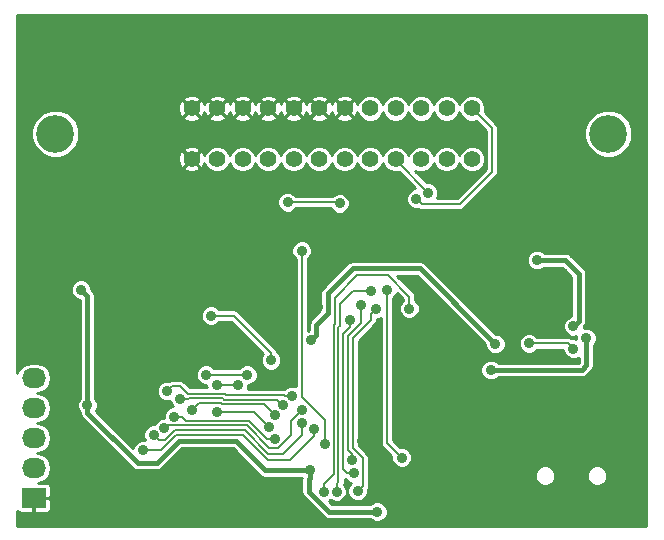
<source format=gbl>
G04 #@! TF.FileFunction,Copper,L2,Bot,Signal*
%FSLAX46Y46*%
G04 Gerber Fmt 4.6, Leading zero omitted, Abs format (unit mm)*
G04 Created by KiCad (PCBNEW 4.1.0-alpha+201605091531+6781~44~ubuntu15.10.1-product) date Mon 19 Sep 2016 03:19:41 PM CEST*
%MOMM*%
%LPD*%
G01*
G04 APERTURE LIST*
%ADD10C,0.150000*%
%ADD11C,1.397000*%
%ADD12C,3.200400*%
%ADD13R,2.032000X1.727200*%
%ADD14O,2.032000X1.727200*%
%ADD15C,0.889000*%
%ADD16C,0.400000*%
%ADD17C,0.200000*%
%ADD18C,0.254000*%
G04 APERTURE END LIST*
D10*
D11*
X151828500Y-86347300D03*
X153987500Y-86347300D03*
X147510500Y-86347300D03*
X149669500Y-86347300D03*
X151828500Y-82054700D03*
X149669500Y-82054700D03*
X147510500Y-82054700D03*
X153987500Y-82054700D03*
X145351500Y-86347300D03*
X143192500Y-86347300D03*
X141033500Y-86347300D03*
X138874500Y-86347300D03*
X145351500Y-82054700D03*
X143192500Y-82054700D03*
X141033500Y-82054700D03*
X138874500Y-82054700D03*
X156146500Y-86347300D03*
X158305500Y-86347300D03*
X160464500Y-86347300D03*
X162623500Y-86347300D03*
X156146500Y-82054700D03*
X158305500Y-82054700D03*
X160464500Y-82054700D03*
X162623500Y-82054700D03*
D12*
X174155100Y-84201000D03*
X127342900Y-84201000D03*
D13*
X125500000Y-115040000D03*
D14*
X125500000Y-112500000D03*
X125500000Y-109960000D03*
X125500000Y-107420000D03*
X125500000Y-104880000D03*
D15*
X168100000Y-94900000D03*
X171200000Y-100500000D03*
X137911849Y-106683225D03*
X146602163Y-107199094D03*
X140500000Y-99600000D03*
X145600000Y-103378498D03*
X141026237Y-107755446D03*
X145466643Y-109046478D03*
X138171203Y-111358545D03*
X149555490Y-98853959D03*
X153298266Y-110241698D03*
X169300000Y-98500000D03*
X165800000Y-106000000D03*
X168400000Y-105500000D03*
X166500000Y-112500000D03*
X164800000Y-116100000D03*
X147400000Y-114700000D03*
X146600000Y-114000000D03*
X145800000Y-114700000D03*
X145200000Y-113700000D03*
X170300000Y-96000000D03*
X168100000Y-93200000D03*
X166700000Y-99000000D03*
X166500000Y-100800000D03*
X158393127Y-110751679D03*
X136100000Y-115500000D03*
X136100000Y-113600000D03*
X134000000Y-90400000D03*
X152700000Y-90200000D03*
X126700000Y-99300000D03*
X126700000Y-91300000D03*
X163500000Y-111900000D03*
X160900000Y-113800000D03*
X173700000Y-110600000D03*
X177100000Y-110700000D03*
X173900000Y-116200000D03*
X174600000Y-102300000D03*
X134775706Y-111011776D03*
X149200000Y-109200000D03*
X135652975Y-109676974D03*
X148200000Y-108700000D03*
X138900918Y-107599082D03*
X145919634Y-108056152D03*
X137397312Y-108155457D03*
X145902747Y-110044355D03*
X157300000Y-99000000D03*
X150066491Y-114501055D03*
X154100000Y-97500000D03*
X151155490Y-114495692D03*
X154500000Y-99000000D03*
X152926126Y-114435568D03*
X155400000Y-97400000D03*
X156664041Y-111614202D03*
X158900000Y-89200000D03*
X157900000Y-89700000D03*
X143600000Y-104600000D03*
X140100000Y-104600000D03*
X141000000Y-105466413D03*
X142800000Y-105500000D03*
X152626115Y-112913686D03*
X152243076Y-99953810D03*
X150155446Y-110466287D03*
X148200000Y-94100000D03*
X136800000Y-106000000D03*
X147400000Y-106400000D03*
X152444521Y-111839923D03*
X153178849Y-98734824D03*
X151400000Y-90100000D03*
X147000000Y-90000000D03*
X167444499Y-101955501D03*
X171200000Y-102400000D03*
X129500000Y-97400000D03*
X130050000Y-107200000D03*
X164600000Y-102000000D03*
X149000000Y-101700000D03*
X164200000Y-104200000D03*
X172300000Y-101500000D03*
X154600000Y-116200000D03*
X148900000Y-112700000D03*
X136575696Y-109098585D03*
X148200000Y-107600000D03*
D16*
X170500000Y-94900000D02*
X168100000Y-94900000D01*
X171644499Y-96044499D02*
X170500000Y-94900000D01*
X171200000Y-100500000D02*
X171644499Y-100055501D01*
X171644499Y-100055501D02*
X171644499Y-96044499D01*
D17*
X141549287Y-106610934D02*
X138612757Y-106610934D01*
X138612757Y-106610934D02*
X138540466Y-106683225D01*
X146114002Y-106710933D02*
X141649286Y-106710933D01*
X146602163Y-107199094D02*
X146114002Y-106710933D01*
X138540466Y-106683225D02*
X137911849Y-106683225D01*
X141649286Y-106710933D02*
X141549287Y-106610934D01*
X142450119Y-99600000D02*
X140500000Y-99600000D01*
X145600000Y-103378498D02*
X145600000Y-102749881D01*
X145600000Y-102749881D02*
X142450119Y-99600000D01*
X145466643Y-109046478D02*
X144175611Y-107755446D01*
X141654854Y-107755446D02*
X141026237Y-107755446D01*
X144175611Y-107755446D02*
X141654854Y-107755446D01*
X143199989Y-109699989D02*
X145300000Y-111800000D01*
X137592889Y-109699989D02*
X143199989Y-109699989D01*
X147228617Y-111800000D02*
X149200000Y-109828617D01*
X134775706Y-111011776D02*
X136281102Y-111011776D01*
X145300000Y-111800000D02*
X147228617Y-111800000D01*
X149200000Y-109828617D02*
X149200000Y-109200000D01*
X136281102Y-111011776D02*
X137592889Y-109699989D01*
X137427200Y-109299978D02*
X136605705Y-110121473D01*
X143365678Y-109299978D02*
X137427200Y-109299978D01*
X146600000Y-111300000D02*
X145365700Y-111300000D01*
X145365700Y-111300000D02*
X143365678Y-109299978D01*
X136097474Y-110121473D02*
X135652975Y-109676974D01*
X148200000Y-109700000D02*
X146600000Y-111300000D01*
X136605705Y-110121473D02*
X136097474Y-110121473D01*
X148200000Y-108700000D02*
X148200000Y-109700000D01*
X141483597Y-107110944D02*
X141383598Y-107010945D01*
X139489055Y-107010945D02*
X139345417Y-107154583D01*
X141383598Y-107010945D02*
X139489055Y-107010945D01*
X139345417Y-107154583D02*
X138900918Y-107599082D01*
X144974426Y-107110944D02*
X141483597Y-107110944D01*
X145919634Y-108056152D02*
X144974426Y-107110944D01*
X138370428Y-108499956D02*
X138025929Y-108155457D01*
X145241455Y-110044355D02*
X143697056Y-108499956D01*
X138025929Y-108155457D02*
X137397312Y-108155457D01*
X145902747Y-110044355D02*
X145241455Y-110044355D01*
X143697056Y-108499956D02*
X138370428Y-108499956D01*
X152900000Y-96200000D02*
X151000010Y-98099990D01*
X150899956Y-100407166D02*
X150899956Y-113038973D01*
X150066491Y-113872438D02*
X150066491Y-114501055D01*
X151000010Y-100307112D02*
X150899956Y-100407166D01*
X157300000Y-98000000D02*
X155500000Y-96200000D01*
X150899956Y-113038973D02*
X150066491Y-113872438D01*
X155500000Y-96200000D02*
X152900000Y-96200000D01*
X157300000Y-99000000D02*
X157300000Y-98000000D01*
X151000010Y-98099990D02*
X151000010Y-100307112D01*
X151300000Y-111297100D02*
X151300000Y-113722565D01*
X151155490Y-113867075D02*
X151155490Y-114495692D01*
X151299967Y-100572855D02*
X151299967Y-111297067D01*
X151400021Y-100472801D02*
X151299967Y-100572855D01*
X154100000Y-97500000D02*
X152500000Y-97500000D01*
X151400021Y-98599979D02*
X151400021Y-100472801D01*
X152500000Y-97500000D02*
X151400021Y-98599979D01*
X151300000Y-113722565D02*
X151155490Y-113867075D01*
X151299967Y-111297067D02*
X151300000Y-111297100D01*
X152500000Y-101500000D02*
X154055501Y-99944499D01*
X154055501Y-99944499D02*
X154055501Y-99444499D01*
X154055501Y-99444499D02*
X154500000Y-99000000D01*
X152500000Y-110800000D02*
X152500000Y-101500000D01*
X153370625Y-111670625D02*
X152500000Y-110800000D01*
X153370625Y-113991069D02*
X153370625Y-111670625D01*
X153370625Y-113991069D02*
X152926126Y-114435568D01*
X155400000Y-97400000D02*
X155400000Y-110350161D01*
X155400000Y-110350161D02*
X156219542Y-111169703D01*
X156219542Y-111169703D02*
X156664041Y-111614202D01*
X158900000Y-89200000D02*
X156146500Y-86446500D01*
X156146500Y-86446500D02*
X156146500Y-86347300D01*
X157900000Y-89700000D02*
X158344499Y-90144499D01*
X158344499Y-90144499D02*
X161555501Y-90144499D01*
X161555501Y-90144499D02*
X164300000Y-87400000D01*
X164300000Y-87400000D02*
X164300000Y-83731200D01*
X164300000Y-83731200D02*
X162623500Y-82054700D01*
X140100000Y-104600000D02*
X143600000Y-104600000D01*
X141033587Y-105500000D02*
X141000000Y-105466413D01*
X142800000Y-105500000D02*
X141033587Y-105500000D01*
X152243076Y-100582427D02*
X151699978Y-101125525D01*
X152243076Y-99953810D02*
X152243076Y-100582427D01*
X151997498Y-112913686D02*
X152626115Y-112913686D01*
X151699978Y-111131378D02*
X151700011Y-111131411D01*
X151700011Y-111131411D02*
X151700011Y-112616199D01*
X151700011Y-112616199D02*
X151997498Y-112913686D01*
X151699978Y-101125525D02*
X151699978Y-111131378D01*
X150155446Y-109837670D02*
X150155446Y-110466287D01*
X148200000Y-94100000D02*
X148200000Y-106498136D01*
X148200000Y-106498136D02*
X150155446Y-108453582D01*
X150155446Y-108453582D02*
X150155446Y-109837670D01*
X146682305Y-106310922D02*
X141814975Y-106310922D01*
X137244499Y-105555501D02*
X136800000Y-106000000D01*
X137885989Y-105555501D02*
X137244499Y-105555501D01*
X138541411Y-106210923D02*
X137885989Y-105555501D01*
X146771383Y-106400000D02*
X146682305Y-106310922D01*
X141814975Y-106310922D02*
X141714976Y-106210923D01*
X147400000Y-106400000D02*
X146771383Y-106400000D01*
X141714976Y-106210923D02*
X138541411Y-106210923D01*
X152099989Y-101334311D02*
X152099989Y-110965689D01*
X153178849Y-100255451D02*
X152099989Y-101334311D01*
X152099989Y-110965689D02*
X152444521Y-111310221D01*
X153178849Y-98734824D02*
X153178849Y-100255451D01*
X152444521Y-111310221D02*
X152444521Y-111839923D01*
X151300000Y-90000000D02*
X151400000Y-90100000D01*
X147000000Y-90000000D02*
X151300000Y-90000000D01*
X171200000Y-102400000D02*
X170755501Y-101955501D01*
X170755501Y-101955501D02*
X167444499Y-101955501D01*
D16*
X135700000Y-112078617D02*
X134300000Y-112078617D01*
X148900000Y-112700000D02*
X145100000Y-112700000D01*
X145100000Y-112700000D02*
X142600000Y-110200000D01*
X142600000Y-110200000D02*
X137800000Y-110200000D01*
X137800000Y-110200000D02*
X135921383Y-112078617D01*
X135921383Y-112078617D02*
X135700000Y-112078617D01*
X130050000Y-107828617D02*
X134300000Y-112078617D01*
X152500000Y-95600000D02*
X158200000Y-95600000D01*
X150400000Y-99400000D02*
X150400000Y-97700000D01*
X150400000Y-97700000D02*
X152500000Y-95600000D01*
X164155501Y-101555501D02*
X164600000Y-102000000D01*
X158200000Y-95600000D02*
X164155501Y-101555501D01*
X149444499Y-100355501D02*
X150400000Y-99400000D01*
X149444499Y-101255501D02*
X149444499Y-100355501D01*
X149000000Y-101700000D02*
X149444499Y-101255501D01*
X129500000Y-97400000D02*
X130050000Y-97950000D01*
X130050000Y-97950000D02*
X130050000Y-107200000D01*
X130050000Y-107200000D02*
X130050000Y-107828617D01*
X171900000Y-104200000D02*
X164200000Y-104200000D01*
X172300000Y-103800000D02*
X171900000Y-104200000D01*
X172300000Y-101500000D02*
X172300000Y-103800000D01*
X150500000Y-116200000D02*
X154600000Y-116200000D01*
X148800000Y-114500000D02*
X150500000Y-116200000D01*
X148800000Y-113428617D02*
X148800000Y-114500000D01*
X148900000Y-112700000D02*
X148900000Y-113328617D01*
X148900000Y-113328617D02*
X148800000Y-113428617D01*
D17*
X136774314Y-108899967D02*
X136575696Y-109098585D01*
X143531367Y-108899967D02*
X136774314Y-108899967D01*
X145431400Y-110800000D02*
X143531367Y-108899967D01*
X146200000Y-110800000D02*
X145431400Y-110800000D01*
X147300000Y-109700000D02*
X146200000Y-110800000D01*
X147300000Y-108500000D02*
X147300000Y-109700000D01*
X148200000Y-107600000D02*
X147300000Y-108500000D01*
D18*
G36*
X177382500Y-117382500D02*
X124117500Y-117382500D01*
X124117500Y-116134595D01*
X124122007Y-116145476D01*
X124242124Y-116265593D01*
X124399065Y-116330600D01*
X125370250Y-116330600D01*
X125477000Y-116223850D01*
X125477000Y-115063000D01*
X125523000Y-115063000D01*
X125523000Y-116223850D01*
X125629750Y-116330600D01*
X126600935Y-116330600D01*
X126757876Y-116265593D01*
X126877993Y-116145476D01*
X126943000Y-115988536D01*
X126943000Y-115169750D01*
X126836250Y-115063000D01*
X125523000Y-115063000D01*
X125477000Y-115063000D01*
X125457000Y-115063000D01*
X125457000Y-115017000D01*
X125477000Y-115017000D01*
X125477000Y-114997000D01*
X125523000Y-114997000D01*
X125523000Y-115017000D01*
X126836250Y-115017000D01*
X126943000Y-114910250D01*
X126943000Y-114091464D01*
X126877993Y-113934524D01*
X126757876Y-113814407D01*
X126600935Y-113749400D01*
X125887796Y-113749400D01*
X126174561Y-113692359D01*
X126593262Y-113412592D01*
X126873029Y-112993891D01*
X126971270Y-112500000D01*
X126873029Y-112006109D01*
X126593262Y-111587408D01*
X126174561Y-111307641D01*
X125784233Y-111230000D01*
X126174561Y-111152359D01*
X126593262Y-110872592D01*
X126873029Y-110453891D01*
X126971270Y-109960000D01*
X126873029Y-109466109D01*
X126593262Y-109047408D01*
X126174561Y-108767641D01*
X125784233Y-108690000D01*
X126174561Y-108612359D01*
X126593262Y-108332592D01*
X126873029Y-107913891D01*
X126971270Y-107420000D01*
X126873029Y-106926109D01*
X126593262Y-106507408D01*
X126174561Y-106227641D01*
X125784233Y-106150000D01*
X126174561Y-106072359D01*
X126593262Y-105792592D01*
X126873029Y-105373891D01*
X126971270Y-104880000D01*
X126873029Y-104386109D01*
X126593262Y-103967408D01*
X126174561Y-103687641D01*
X125680670Y-103589400D01*
X125319330Y-103589400D01*
X124825439Y-103687641D01*
X124406738Y-103967408D01*
X124126971Y-104386109D01*
X124117500Y-104433723D01*
X124117500Y-97572592D01*
X128628349Y-97572592D01*
X128760747Y-97893020D01*
X129005690Y-98138391D01*
X129325887Y-98271349D01*
X129423000Y-98271434D01*
X129423000Y-106594493D01*
X129311609Y-106705690D01*
X129178651Y-107025887D01*
X129178349Y-107372592D01*
X129310747Y-107693020D01*
X129423000Y-107805469D01*
X129423000Y-107828617D01*
X129470728Y-108068560D01*
X129576550Y-108226934D01*
X129606644Y-108271973D01*
X133856644Y-112521973D01*
X134060058Y-112657890D01*
X134300000Y-112705617D01*
X135921383Y-112705617D01*
X136161326Y-112657889D01*
X136364739Y-112521973D01*
X138059712Y-110827000D01*
X142340288Y-110827000D01*
X144656644Y-113143356D01*
X144860058Y-113279273D01*
X145100000Y-113327000D01*
X148193213Y-113327000D01*
X148173000Y-113428617D01*
X148173000Y-114500000D01*
X148220728Y-114739943D01*
X148334523Y-114910250D01*
X148356644Y-114943356D01*
X150056644Y-116643356D01*
X150260057Y-116779272D01*
X150500000Y-116827000D01*
X153994493Y-116827000D01*
X154105690Y-116938391D01*
X154425887Y-117071349D01*
X154772592Y-117071651D01*
X155093020Y-116939253D01*
X155338391Y-116694310D01*
X155471349Y-116374113D01*
X155471651Y-116027408D01*
X155339253Y-115706980D01*
X155094310Y-115461609D01*
X154774113Y-115328651D01*
X154427408Y-115328349D01*
X154106980Y-115460747D01*
X153994531Y-115573000D01*
X150759712Y-115573000D01*
X150465758Y-115279046D01*
X150559511Y-115240308D01*
X150613547Y-115186367D01*
X150661180Y-115234083D01*
X150981377Y-115367041D01*
X151328082Y-115367343D01*
X151648510Y-115234945D01*
X151893881Y-114990002D01*
X152026839Y-114669805D01*
X152027141Y-114323100D01*
X151894743Y-114002672D01*
X151791797Y-113899546D01*
X151827000Y-113722565D01*
X151827000Y-113406772D01*
X151901776Y-113421646D01*
X152131805Y-113652077D01*
X152375891Y-113753431D01*
X152187735Y-113941258D01*
X152054777Y-114261455D01*
X152054475Y-114608160D01*
X152186873Y-114928588D01*
X152431816Y-115173959D01*
X152752013Y-115306917D01*
X153098718Y-115307219D01*
X153419146Y-115174821D01*
X153664517Y-114929878D01*
X153797475Y-114609681D01*
X153797760Y-114282165D01*
X153857510Y-114192743D01*
X153897625Y-113991069D01*
X153897625Y-113322698D01*
X167923628Y-113322698D01*
X168056799Y-113644994D01*
X168303169Y-113891795D01*
X168625233Y-114025527D01*
X168973958Y-114025832D01*
X169296254Y-113892661D01*
X169543055Y-113646291D01*
X169676787Y-113324227D01*
X169676788Y-113322698D01*
X172322908Y-113322698D01*
X172456079Y-113644994D01*
X172702449Y-113891795D01*
X173024513Y-114025527D01*
X173373238Y-114025832D01*
X173695534Y-113892661D01*
X173942335Y-113646291D01*
X174076067Y-113324227D01*
X174076372Y-112975502D01*
X173943201Y-112653206D01*
X173696831Y-112406405D01*
X173374767Y-112272673D01*
X173026042Y-112272368D01*
X172703746Y-112405539D01*
X172456945Y-112651909D01*
X172323213Y-112973973D01*
X172322908Y-113322698D01*
X169676788Y-113322698D01*
X169677092Y-112975502D01*
X169543921Y-112653206D01*
X169297551Y-112406405D01*
X168975487Y-112272673D01*
X168626762Y-112272368D01*
X168304466Y-112405539D01*
X168057665Y-112651909D01*
X167923933Y-112973973D01*
X167923628Y-113322698D01*
X153897625Y-113322698D01*
X153897625Y-111670625D01*
X153857510Y-111468951D01*
X153743270Y-111297980D01*
X153027000Y-110581710D01*
X153027000Y-101718290D01*
X154428147Y-100317144D01*
X154542386Y-100146173D01*
X154582501Y-99944499D01*
X154582501Y-99871573D01*
X154672592Y-99871651D01*
X154873000Y-99788844D01*
X154873000Y-110350161D01*
X154913115Y-110551836D01*
X155027355Y-110722806D01*
X155792650Y-111488102D01*
X155792390Y-111786794D01*
X155924788Y-112107222D01*
X156169731Y-112352593D01*
X156489928Y-112485551D01*
X156836633Y-112485853D01*
X157157061Y-112353455D01*
X157402432Y-112108512D01*
X157535390Y-111788315D01*
X157535692Y-111441610D01*
X157403294Y-111121182D01*
X157158351Y-110875811D01*
X156838154Y-110742853D01*
X156537721Y-110742591D01*
X155927000Y-110131871D01*
X155927000Y-104372592D01*
X163328349Y-104372592D01*
X163460747Y-104693020D01*
X163705690Y-104938391D01*
X164025887Y-105071349D01*
X164372592Y-105071651D01*
X164693020Y-104939253D01*
X164805469Y-104827000D01*
X171900000Y-104827000D01*
X172139943Y-104779272D01*
X172343356Y-104643356D01*
X172743356Y-104243356D01*
X172879272Y-104039943D01*
X172927000Y-103800000D01*
X172927000Y-102105507D01*
X173038391Y-101994310D01*
X173171349Y-101674113D01*
X173171651Y-101327408D01*
X173039253Y-101006980D01*
X172794310Y-100761609D01*
X172474113Y-100628651D01*
X172127408Y-100628349D01*
X172071369Y-100651504D01*
X172071487Y-100515225D01*
X172087855Y-100498857D01*
X172202413Y-100327408D01*
X172223771Y-100295444D01*
X172223771Y-100295443D01*
X172223772Y-100295442D01*
X172271499Y-100055501D01*
X172271499Y-96044499D01*
X172223771Y-95804556D01*
X172087855Y-95601143D01*
X170943356Y-94456644D01*
X170869028Y-94406980D01*
X170739943Y-94320728D01*
X170500000Y-94273000D01*
X168705507Y-94273000D01*
X168594310Y-94161609D01*
X168274113Y-94028651D01*
X167927408Y-94028349D01*
X167606980Y-94160747D01*
X167361609Y-94405690D01*
X167228651Y-94725887D01*
X167228349Y-95072592D01*
X167360747Y-95393020D01*
X167605690Y-95638391D01*
X167925887Y-95771349D01*
X168272592Y-95771651D01*
X168593020Y-95639253D01*
X168705469Y-95527000D01*
X170240288Y-95527000D01*
X171017499Y-96304211D01*
X171017499Y-99632443D01*
X170706980Y-99760747D01*
X170461609Y-100005690D01*
X170328651Y-100325887D01*
X170328349Y-100672592D01*
X170460747Y-100993020D01*
X170705690Y-101238391D01*
X171025887Y-101371349D01*
X171372592Y-101371651D01*
X171428631Y-101348496D01*
X171428455Y-101551216D01*
X171374113Y-101528651D01*
X171046597Y-101528366D01*
X170957176Y-101468616D01*
X170755501Y-101428501D01*
X168149831Y-101428501D01*
X167938809Y-101217110D01*
X167618612Y-101084152D01*
X167271907Y-101083850D01*
X166951479Y-101216248D01*
X166706108Y-101461191D01*
X166573150Y-101781388D01*
X166572848Y-102128093D01*
X166705246Y-102448521D01*
X166950189Y-102693892D01*
X167270386Y-102826850D01*
X167617091Y-102827152D01*
X167937519Y-102694754D01*
X168150143Y-102482501D01*
X170328427Y-102482501D01*
X170328349Y-102572592D01*
X170460747Y-102893020D01*
X170705690Y-103138391D01*
X171025887Y-103271349D01*
X171372592Y-103271651D01*
X171673000Y-103147525D01*
X171673000Y-103540288D01*
X171640288Y-103573000D01*
X164805507Y-103573000D01*
X164694310Y-103461609D01*
X164374113Y-103328651D01*
X164027408Y-103328349D01*
X163706980Y-103460747D01*
X163461609Y-103705690D01*
X163328651Y-104025887D01*
X163328349Y-104372592D01*
X155927000Y-104372592D01*
X155927000Y-98105332D01*
X156138391Y-97894310D01*
X156229531Y-97674822D01*
X156773000Y-98218291D01*
X156773000Y-98294668D01*
X156561609Y-98505690D01*
X156428651Y-98825887D01*
X156428349Y-99172592D01*
X156560747Y-99493020D01*
X156805690Y-99738391D01*
X157125887Y-99871349D01*
X157472592Y-99871651D01*
X157793020Y-99739253D01*
X158038391Y-99494310D01*
X158171349Y-99174113D01*
X158171651Y-98827408D01*
X158039253Y-98506980D01*
X157827000Y-98294356D01*
X157827000Y-98000000D01*
X157786885Y-97798326D01*
X157727905Y-97710057D01*
X157672645Y-97627354D01*
X156272290Y-96227000D01*
X157940288Y-96227000D01*
X163728486Y-102015198D01*
X163728349Y-102172592D01*
X163860747Y-102493020D01*
X164105690Y-102738391D01*
X164425887Y-102871349D01*
X164772592Y-102871651D01*
X165093020Y-102739253D01*
X165338391Y-102494310D01*
X165471349Y-102174113D01*
X165471651Y-101827408D01*
X165339253Y-101506980D01*
X165094310Y-101261609D01*
X164774113Y-101128651D01*
X164615225Y-101128513D01*
X158643356Y-95156644D01*
X158519839Y-95074113D01*
X158439943Y-95020728D01*
X158200000Y-94973000D01*
X152500000Y-94973000D01*
X152260057Y-95020728D01*
X152180161Y-95074113D01*
X152056644Y-95156644D01*
X149956644Y-97256644D01*
X149820728Y-97460057D01*
X149773000Y-97700000D01*
X149773000Y-99140288D01*
X149001143Y-99912145D01*
X148865227Y-100115558D01*
X148817499Y-100355501D01*
X148817499Y-100832443D01*
X148727000Y-100869837D01*
X148727000Y-94805332D01*
X148938391Y-94594310D01*
X149071349Y-94274113D01*
X149071651Y-93927408D01*
X148939253Y-93606980D01*
X148694310Y-93361609D01*
X148374113Y-93228651D01*
X148027408Y-93228349D01*
X147706980Y-93360747D01*
X147461609Y-93605690D01*
X147328651Y-93925887D01*
X147328349Y-94272592D01*
X147460747Y-94593020D01*
X147673000Y-94805644D01*
X147673000Y-105569713D01*
X147574113Y-105528651D01*
X147227408Y-105528349D01*
X146906980Y-105660747D01*
X146766761Y-105800721D01*
X146682305Y-105783922D01*
X143625752Y-105783922D01*
X143671349Y-105674113D01*
X143671525Y-105471563D01*
X143772592Y-105471651D01*
X144093020Y-105339253D01*
X144338391Y-105094310D01*
X144471349Y-104774113D01*
X144471651Y-104427408D01*
X144339253Y-104106980D01*
X144094310Y-103861609D01*
X143774113Y-103728651D01*
X143427408Y-103728349D01*
X143106980Y-103860747D01*
X142894356Y-104073000D01*
X140805332Y-104073000D01*
X140594310Y-103861609D01*
X140274113Y-103728651D01*
X139927408Y-103728349D01*
X139606980Y-103860747D01*
X139361609Y-104105690D01*
X139228651Y-104425887D01*
X139228349Y-104772592D01*
X139360747Y-105093020D01*
X139605690Y-105338391D01*
X139925887Y-105471349D01*
X140128495Y-105471525D01*
X140128349Y-105639005D01*
X140146909Y-105683923D01*
X138759701Y-105683923D01*
X138258634Y-105182856D01*
X138087664Y-105068616D01*
X137885989Y-105028501D01*
X137244499Y-105028501D01*
X137042825Y-105068616D01*
X136953004Y-105128633D01*
X136627408Y-105128349D01*
X136306980Y-105260747D01*
X136061609Y-105505690D01*
X135928651Y-105825887D01*
X135928349Y-106172592D01*
X136060747Y-106493020D01*
X136305690Y-106738391D01*
X136625887Y-106871349D01*
X136972592Y-106871651D01*
X137040209Y-106843712D01*
X137040198Y-106855817D01*
X137172596Y-107176245D01*
X137280017Y-107283854D01*
X137224720Y-107283806D01*
X136904292Y-107416204D01*
X136658921Y-107661147D01*
X136525963Y-107981344D01*
X136525749Y-108227041D01*
X136403104Y-108226934D01*
X136082676Y-108359332D01*
X135837305Y-108604275D01*
X135753723Y-108805561D01*
X135480383Y-108805323D01*
X135159955Y-108937721D01*
X134914584Y-109182664D01*
X134781626Y-109502861D01*
X134781324Y-109849566D01*
X134901488Y-110140385D01*
X134603114Y-110140125D01*
X134282686Y-110272523D01*
X134037315Y-110517466D01*
X133916504Y-110808409D01*
X130792503Y-107684408D01*
X130921349Y-107374113D01*
X130921651Y-107027408D01*
X130789253Y-106706980D01*
X130677000Y-106594531D01*
X130677000Y-99772592D01*
X139628349Y-99772592D01*
X139760747Y-100093020D01*
X140005690Y-100338391D01*
X140325887Y-100471349D01*
X140672592Y-100471651D01*
X140993020Y-100339253D01*
X141205644Y-100127000D01*
X142231829Y-100127000D01*
X144925368Y-102820540D01*
X144861609Y-102884188D01*
X144728651Y-103204385D01*
X144728349Y-103551090D01*
X144860747Y-103871518D01*
X145105690Y-104116889D01*
X145425887Y-104249847D01*
X145772592Y-104250149D01*
X146093020Y-104117751D01*
X146338391Y-103872808D01*
X146471349Y-103552611D01*
X146471651Y-103205906D01*
X146339253Y-102885478D01*
X146107866Y-102653687D01*
X146086885Y-102548207D01*
X146042981Y-102482501D01*
X145972645Y-102377235D01*
X142822764Y-99227355D01*
X142651794Y-99113115D01*
X142450119Y-99073000D01*
X141205332Y-99073000D01*
X140994310Y-98861609D01*
X140674113Y-98728651D01*
X140327408Y-98728349D01*
X140006980Y-98860747D01*
X139761609Y-99105690D01*
X139628651Y-99425887D01*
X139628349Y-99772592D01*
X130677000Y-99772592D01*
X130677000Y-97950000D01*
X130629272Y-97710057D01*
X130493356Y-97506644D01*
X130371514Y-97384802D01*
X130371651Y-97227408D01*
X130239253Y-96906980D01*
X129994310Y-96661609D01*
X129674113Y-96528651D01*
X129327408Y-96528349D01*
X129006980Y-96660747D01*
X128761609Y-96905690D01*
X128628651Y-97225887D01*
X128628349Y-97572592D01*
X124117500Y-97572592D01*
X124117500Y-90172592D01*
X146128349Y-90172592D01*
X146260747Y-90493020D01*
X146505690Y-90738391D01*
X146825887Y-90871349D01*
X147172592Y-90871651D01*
X147493020Y-90739253D01*
X147705644Y-90527000D01*
X150633468Y-90527000D01*
X150660747Y-90593020D01*
X150905690Y-90838391D01*
X151225887Y-90971349D01*
X151572592Y-90971651D01*
X151893020Y-90839253D01*
X152138391Y-90594310D01*
X152271349Y-90274113D01*
X152271651Y-89927408D01*
X152139253Y-89606980D01*
X151894310Y-89361609D01*
X151574113Y-89228651D01*
X151227408Y-89228349D01*
X150906980Y-89360747D01*
X150794531Y-89473000D01*
X147705332Y-89473000D01*
X147494310Y-89261609D01*
X147174113Y-89128651D01*
X146827408Y-89128349D01*
X146506980Y-89260747D01*
X146261609Y-89505690D01*
X146128651Y-89825887D01*
X146128349Y-90172592D01*
X124117500Y-90172592D01*
X124117500Y-87099341D01*
X138154986Y-87099341D01*
X138218730Y-87289020D01*
X138629028Y-87468288D01*
X139076696Y-87476895D01*
X139493583Y-87313532D01*
X139530270Y-87289020D01*
X139594014Y-87099341D01*
X138874500Y-86379827D01*
X138154986Y-87099341D01*
X124117500Y-87099341D01*
X124117500Y-86549496D01*
X137744905Y-86549496D01*
X137908268Y-86966383D01*
X137932780Y-87003070D01*
X138122459Y-87066814D01*
X138841973Y-86347300D01*
X138907027Y-86347300D01*
X139626541Y-87066814D01*
X139816220Y-87003070D01*
X139955217Y-86684941D01*
X140078791Y-86984012D01*
X140395123Y-87300896D01*
X140808642Y-87472604D01*
X141256394Y-87472995D01*
X141670212Y-87302009D01*
X141987096Y-86985677D01*
X142113098Y-86682231D01*
X142237791Y-86984012D01*
X142554123Y-87300896D01*
X142967642Y-87472604D01*
X143415394Y-87472995D01*
X143829212Y-87302009D01*
X144146096Y-86985677D01*
X144272098Y-86682231D01*
X144396791Y-86984012D01*
X144713123Y-87300896D01*
X145126642Y-87472604D01*
X145574394Y-87472995D01*
X145988212Y-87302009D01*
X146305096Y-86985677D01*
X146431098Y-86682231D01*
X146555791Y-86984012D01*
X146872123Y-87300896D01*
X147285642Y-87472604D01*
X147733394Y-87472995D01*
X148147212Y-87302009D01*
X148464096Y-86985677D01*
X148590098Y-86682231D01*
X148714791Y-86984012D01*
X149031123Y-87300896D01*
X149444642Y-87472604D01*
X149892394Y-87472995D01*
X150306212Y-87302009D01*
X150623096Y-86985677D01*
X150749098Y-86682231D01*
X150873791Y-86984012D01*
X151190123Y-87300896D01*
X151603642Y-87472604D01*
X152051394Y-87472995D01*
X152465212Y-87302009D01*
X152782096Y-86985677D01*
X152908098Y-86682231D01*
X153032791Y-86984012D01*
X153349123Y-87300896D01*
X153762642Y-87472604D01*
X154210394Y-87472995D01*
X154624212Y-87302009D01*
X154941096Y-86985677D01*
X155067098Y-86682231D01*
X155191791Y-86984012D01*
X155508123Y-87300896D01*
X155921642Y-87472604D01*
X156369394Y-87472995D01*
X156410656Y-87455946D01*
X157783108Y-88828398D01*
X157727408Y-88828349D01*
X157406980Y-88960747D01*
X157161609Y-89205690D01*
X157028651Y-89525887D01*
X157028349Y-89872592D01*
X157160747Y-90193020D01*
X157405690Y-90438391D01*
X157725887Y-90571349D01*
X158053403Y-90571634D01*
X158087340Y-90594310D01*
X158142825Y-90631384D01*
X158344499Y-90671499D01*
X161555501Y-90671499D01*
X161757176Y-90631384D01*
X161928146Y-90517144D01*
X164672645Y-87772645D01*
X164786885Y-87601674D01*
X164827000Y-87400000D01*
X164827000Y-84602466D01*
X172127549Y-84602466D01*
X172435522Y-85347816D01*
X173005284Y-85918574D01*
X173750096Y-86227847D01*
X174556566Y-86228551D01*
X175301916Y-85920578D01*
X175872674Y-85350816D01*
X176181947Y-84606004D01*
X176182651Y-83799534D01*
X175874678Y-83054184D01*
X175304916Y-82483426D01*
X174560104Y-82174153D01*
X173753634Y-82173449D01*
X173008284Y-82481422D01*
X172437526Y-83051184D01*
X172128253Y-83795996D01*
X172127549Y-84602466D01*
X164827000Y-84602466D01*
X164827000Y-83731200D01*
X164786885Y-83529526D01*
X164786885Y-83529525D01*
X164672645Y-83358555D01*
X163703281Y-82389191D01*
X163748804Y-82279558D01*
X163749195Y-81831806D01*
X163578209Y-81417988D01*
X163261877Y-81101104D01*
X162848358Y-80929396D01*
X162400606Y-80929005D01*
X161986788Y-81099991D01*
X161669904Y-81416323D01*
X161543902Y-81719769D01*
X161419209Y-81417988D01*
X161102877Y-81101104D01*
X160689358Y-80929396D01*
X160241606Y-80929005D01*
X159827788Y-81099991D01*
X159510904Y-81416323D01*
X159384902Y-81719769D01*
X159260209Y-81417988D01*
X158943877Y-81101104D01*
X158530358Y-80929396D01*
X158082606Y-80929005D01*
X157668788Y-81099991D01*
X157351904Y-81416323D01*
X157225902Y-81719769D01*
X157101209Y-81417988D01*
X156784877Y-81101104D01*
X156371358Y-80929396D01*
X155923606Y-80929005D01*
X155509788Y-81099991D01*
X155192904Y-81416323D01*
X155066902Y-81719769D01*
X154942209Y-81417988D01*
X154625877Y-81101104D01*
X154212358Y-80929396D01*
X153764606Y-80929005D01*
X153350788Y-81099991D01*
X153033904Y-81416323D01*
X152906965Y-81722026D01*
X152794732Y-81435617D01*
X152770220Y-81398930D01*
X152580541Y-81335186D01*
X151861027Y-82054700D01*
X152580541Y-82774214D01*
X152770220Y-82710470D01*
X152909217Y-82392341D01*
X153032791Y-82691412D01*
X153349123Y-83008296D01*
X153762642Y-83180004D01*
X154210394Y-83180395D01*
X154624212Y-83009409D01*
X154941096Y-82693077D01*
X155067098Y-82389631D01*
X155191791Y-82691412D01*
X155508123Y-83008296D01*
X155921642Y-83180004D01*
X156369394Y-83180395D01*
X156783212Y-83009409D01*
X157100096Y-82693077D01*
X157226098Y-82389631D01*
X157350791Y-82691412D01*
X157667123Y-83008296D01*
X158080642Y-83180004D01*
X158528394Y-83180395D01*
X158942212Y-83009409D01*
X159259096Y-82693077D01*
X159385098Y-82389631D01*
X159509791Y-82691412D01*
X159826123Y-83008296D01*
X160239642Y-83180004D01*
X160687394Y-83180395D01*
X161101212Y-83009409D01*
X161418096Y-82693077D01*
X161544098Y-82389631D01*
X161668791Y-82691412D01*
X161985123Y-83008296D01*
X162398642Y-83180004D01*
X162846394Y-83180395D01*
X162957852Y-83134342D01*
X163773000Y-83949490D01*
X163773000Y-87181710D01*
X161337211Y-89617499D01*
X159670286Y-89617499D01*
X159771349Y-89374113D01*
X159771651Y-89027408D01*
X159639253Y-88706980D01*
X159394310Y-88461609D01*
X159074113Y-88328651D01*
X158773679Y-88328389D01*
X157802328Y-87357038D01*
X158080642Y-87472604D01*
X158528394Y-87472995D01*
X158942212Y-87302009D01*
X159259096Y-86985677D01*
X159385098Y-86682231D01*
X159509791Y-86984012D01*
X159826123Y-87300896D01*
X160239642Y-87472604D01*
X160687394Y-87472995D01*
X161101212Y-87302009D01*
X161418096Y-86985677D01*
X161544098Y-86682231D01*
X161668791Y-86984012D01*
X161985123Y-87300896D01*
X162398642Y-87472604D01*
X162846394Y-87472995D01*
X163260212Y-87302009D01*
X163577096Y-86985677D01*
X163748804Y-86572158D01*
X163749195Y-86124406D01*
X163578209Y-85710588D01*
X163261877Y-85393704D01*
X162848358Y-85221996D01*
X162400606Y-85221605D01*
X161986788Y-85392591D01*
X161669904Y-85708923D01*
X161543902Y-86012369D01*
X161419209Y-85710588D01*
X161102877Y-85393704D01*
X160689358Y-85221996D01*
X160241606Y-85221605D01*
X159827788Y-85392591D01*
X159510904Y-85708923D01*
X159384902Y-86012369D01*
X159260209Y-85710588D01*
X158943877Y-85393704D01*
X158530358Y-85221996D01*
X158082606Y-85221605D01*
X157668788Y-85392591D01*
X157351904Y-85708923D01*
X157225902Y-86012369D01*
X157101209Y-85710588D01*
X156784877Y-85393704D01*
X156371358Y-85221996D01*
X155923606Y-85221605D01*
X155509788Y-85392591D01*
X155192904Y-85708923D01*
X155066902Y-86012369D01*
X154942209Y-85710588D01*
X154625877Y-85393704D01*
X154212358Y-85221996D01*
X153764606Y-85221605D01*
X153350788Y-85392591D01*
X153033904Y-85708923D01*
X152907902Y-86012369D01*
X152783209Y-85710588D01*
X152466877Y-85393704D01*
X152053358Y-85221996D01*
X151605606Y-85221605D01*
X151191788Y-85392591D01*
X150874904Y-85708923D01*
X150748902Y-86012369D01*
X150624209Y-85710588D01*
X150307877Y-85393704D01*
X149894358Y-85221996D01*
X149446606Y-85221605D01*
X149032788Y-85392591D01*
X148715904Y-85708923D01*
X148589902Y-86012369D01*
X148465209Y-85710588D01*
X148148877Y-85393704D01*
X147735358Y-85221996D01*
X147287606Y-85221605D01*
X146873788Y-85392591D01*
X146556904Y-85708923D01*
X146430902Y-86012369D01*
X146306209Y-85710588D01*
X145989877Y-85393704D01*
X145576358Y-85221996D01*
X145128606Y-85221605D01*
X144714788Y-85392591D01*
X144397904Y-85708923D01*
X144271902Y-86012369D01*
X144147209Y-85710588D01*
X143830877Y-85393704D01*
X143417358Y-85221996D01*
X142969606Y-85221605D01*
X142555788Y-85392591D01*
X142238904Y-85708923D01*
X142112902Y-86012369D01*
X141988209Y-85710588D01*
X141671877Y-85393704D01*
X141258358Y-85221996D01*
X140810606Y-85221605D01*
X140396788Y-85392591D01*
X140079904Y-85708923D01*
X139952965Y-86014626D01*
X139840732Y-85728217D01*
X139816220Y-85691530D01*
X139626541Y-85627786D01*
X138907027Y-86347300D01*
X138841973Y-86347300D01*
X138122459Y-85627786D01*
X137932780Y-85691530D01*
X137753512Y-86101828D01*
X137744905Y-86549496D01*
X124117500Y-86549496D01*
X124117500Y-84602466D01*
X125315349Y-84602466D01*
X125623322Y-85347816D01*
X126193084Y-85918574D01*
X126937896Y-86227847D01*
X127744366Y-86228551D01*
X128489716Y-85920578D01*
X128815603Y-85595259D01*
X138154986Y-85595259D01*
X138874500Y-86314773D01*
X139594014Y-85595259D01*
X139530270Y-85405580D01*
X139119972Y-85226312D01*
X138672304Y-85217705D01*
X138255417Y-85381068D01*
X138218730Y-85405580D01*
X138154986Y-85595259D01*
X128815603Y-85595259D01*
X129060474Y-85350816D01*
X129369747Y-84606004D01*
X129370451Y-83799534D01*
X129062478Y-83054184D01*
X128815467Y-82806741D01*
X138154986Y-82806741D01*
X138218730Y-82996420D01*
X138629028Y-83175688D01*
X139076696Y-83184295D01*
X139493583Y-83020932D01*
X139530270Y-82996420D01*
X139594014Y-82806741D01*
X140313986Y-82806741D01*
X140377730Y-82996420D01*
X140788028Y-83175688D01*
X141235696Y-83184295D01*
X141652583Y-83020932D01*
X141689270Y-82996420D01*
X141753014Y-82806741D01*
X142472986Y-82806741D01*
X142536730Y-82996420D01*
X142947028Y-83175688D01*
X143394696Y-83184295D01*
X143811583Y-83020932D01*
X143848270Y-82996420D01*
X143912014Y-82806741D01*
X144631986Y-82806741D01*
X144695730Y-82996420D01*
X145106028Y-83175688D01*
X145553696Y-83184295D01*
X145970583Y-83020932D01*
X146007270Y-82996420D01*
X146071014Y-82806741D01*
X146790986Y-82806741D01*
X146854730Y-82996420D01*
X147265028Y-83175688D01*
X147712696Y-83184295D01*
X148129583Y-83020932D01*
X148166270Y-82996420D01*
X148230014Y-82806741D01*
X148949986Y-82806741D01*
X149013730Y-82996420D01*
X149424028Y-83175688D01*
X149871696Y-83184295D01*
X150288583Y-83020932D01*
X150325270Y-82996420D01*
X150389014Y-82806741D01*
X151108986Y-82806741D01*
X151172730Y-82996420D01*
X151583028Y-83175688D01*
X152030696Y-83184295D01*
X152447583Y-83020932D01*
X152484270Y-82996420D01*
X152548014Y-82806741D01*
X151828500Y-82087227D01*
X151108986Y-82806741D01*
X150389014Y-82806741D01*
X149669500Y-82087227D01*
X148949986Y-82806741D01*
X148230014Y-82806741D01*
X147510500Y-82087227D01*
X146790986Y-82806741D01*
X146071014Y-82806741D01*
X145351500Y-82087227D01*
X144631986Y-82806741D01*
X143912014Y-82806741D01*
X143192500Y-82087227D01*
X142472986Y-82806741D01*
X141753014Y-82806741D01*
X141033500Y-82087227D01*
X140313986Y-82806741D01*
X139594014Y-82806741D01*
X138874500Y-82087227D01*
X138154986Y-82806741D01*
X128815467Y-82806741D01*
X128492716Y-82483426D01*
X127947172Y-82256896D01*
X137744905Y-82256896D01*
X137908268Y-82673783D01*
X137932780Y-82710470D01*
X138122459Y-82774214D01*
X138841973Y-82054700D01*
X138907027Y-82054700D01*
X139626541Y-82774214D01*
X139816220Y-82710470D01*
X139956147Y-82390213D01*
X140067268Y-82673783D01*
X140091780Y-82710470D01*
X140281459Y-82774214D01*
X141000973Y-82054700D01*
X141066027Y-82054700D01*
X141785541Y-82774214D01*
X141975220Y-82710470D01*
X142115147Y-82390213D01*
X142226268Y-82673783D01*
X142250780Y-82710470D01*
X142440459Y-82774214D01*
X143159973Y-82054700D01*
X143225027Y-82054700D01*
X143944541Y-82774214D01*
X144134220Y-82710470D01*
X144274147Y-82390213D01*
X144385268Y-82673783D01*
X144409780Y-82710470D01*
X144599459Y-82774214D01*
X145318973Y-82054700D01*
X145384027Y-82054700D01*
X146103541Y-82774214D01*
X146293220Y-82710470D01*
X146433147Y-82390213D01*
X146544268Y-82673783D01*
X146568780Y-82710470D01*
X146758459Y-82774214D01*
X147477973Y-82054700D01*
X147543027Y-82054700D01*
X148262541Y-82774214D01*
X148452220Y-82710470D01*
X148592147Y-82390213D01*
X148703268Y-82673783D01*
X148727780Y-82710470D01*
X148917459Y-82774214D01*
X149636973Y-82054700D01*
X149702027Y-82054700D01*
X150421541Y-82774214D01*
X150611220Y-82710470D01*
X150751147Y-82390213D01*
X150862268Y-82673783D01*
X150886780Y-82710470D01*
X151076459Y-82774214D01*
X151795973Y-82054700D01*
X151076459Y-81335186D01*
X150886780Y-81398930D01*
X150746853Y-81719187D01*
X150635732Y-81435617D01*
X150611220Y-81398930D01*
X150421541Y-81335186D01*
X149702027Y-82054700D01*
X149636973Y-82054700D01*
X148917459Y-81335186D01*
X148727780Y-81398930D01*
X148587853Y-81719187D01*
X148476732Y-81435617D01*
X148452220Y-81398930D01*
X148262541Y-81335186D01*
X147543027Y-82054700D01*
X147477973Y-82054700D01*
X146758459Y-81335186D01*
X146568780Y-81398930D01*
X146428853Y-81719187D01*
X146317732Y-81435617D01*
X146293220Y-81398930D01*
X146103541Y-81335186D01*
X145384027Y-82054700D01*
X145318973Y-82054700D01*
X144599459Y-81335186D01*
X144409780Y-81398930D01*
X144269853Y-81719187D01*
X144158732Y-81435617D01*
X144134220Y-81398930D01*
X143944541Y-81335186D01*
X143225027Y-82054700D01*
X143159973Y-82054700D01*
X142440459Y-81335186D01*
X142250780Y-81398930D01*
X142110853Y-81719187D01*
X141999732Y-81435617D01*
X141975220Y-81398930D01*
X141785541Y-81335186D01*
X141066027Y-82054700D01*
X141000973Y-82054700D01*
X140281459Y-81335186D01*
X140091780Y-81398930D01*
X139951853Y-81719187D01*
X139840732Y-81435617D01*
X139816220Y-81398930D01*
X139626541Y-81335186D01*
X138907027Y-82054700D01*
X138841973Y-82054700D01*
X138122459Y-81335186D01*
X137932780Y-81398930D01*
X137753512Y-81809228D01*
X137744905Y-82256896D01*
X127947172Y-82256896D01*
X127747904Y-82174153D01*
X126941434Y-82173449D01*
X126196084Y-82481422D01*
X125625326Y-83051184D01*
X125316053Y-83795996D01*
X125315349Y-84602466D01*
X124117500Y-84602466D01*
X124117500Y-81302659D01*
X138154986Y-81302659D01*
X138874500Y-82022173D01*
X139594014Y-81302659D01*
X140313986Y-81302659D01*
X141033500Y-82022173D01*
X141753014Y-81302659D01*
X142472986Y-81302659D01*
X143192500Y-82022173D01*
X143912014Y-81302659D01*
X144631986Y-81302659D01*
X145351500Y-82022173D01*
X146071014Y-81302659D01*
X146790986Y-81302659D01*
X147510500Y-82022173D01*
X148230014Y-81302659D01*
X148949986Y-81302659D01*
X149669500Y-82022173D01*
X150389014Y-81302659D01*
X151108986Y-81302659D01*
X151828500Y-82022173D01*
X152548014Y-81302659D01*
X152484270Y-81112980D01*
X152073972Y-80933712D01*
X151626304Y-80925105D01*
X151209417Y-81088468D01*
X151172730Y-81112980D01*
X151108986Y-81302659D01*
X150389014Y-81302659D01*
X150325270Y-81112980D01*
X149914972Y-80933712D01*
X149467304Y-80925105D01*
X149050417Y-81088468D01*
X149013730Y-81112980D01*
X148949986Y-81302659D01*
X148230014Y-81302659D01*
X148166270Y-81112980D01*
X147755972Y-80933712D01*
X147308304Y-80925105D01*
X146891417Y-81088468D01*
X146854730Y-81112980D01*
X146790986Y-81302659D01*
X146071014Y-81302659D01*
X146007270Y-81112980D01*
X145596972Y-80933712D01*
X145149304Y-80925105D01*
X144732417Y-81088468D01*
X144695730Y-81112980D01*
X144631986Y-81302659D01*
X143912014Y-81302659D01*
X143848270Y-81112980D01*
X143437972Y-80933712D01*
X142990304Y-80925105D01*
X142573417Y-81088468D01*
X142536730Y-81112980D01*
X142472986Y-81302659D01*
X141753014Y-81302659D01*
X141689270Y-81112980D01*
X141278972Y-80933712D01*
X140831304Y-80925105D01*
X140414417Y-81088468D01*
X140377730Y-81112980D01*
X140313986Y-81302659D01*
X139594014Y-81302659D01*
X139530270Y-81112980D01*
X139119972Y-80933712D01*
X138672304Y-80925105D01*
X138255417Y-81088468D01*
X138218730Y-81112980D01*
X138154986Y-81302659D01*
X124117500Y-81302659D01*
X124117500Y-74117500D01*
X177382500Y-74117500D01*
X177382500Y-117382500D01*
X177382500Y-117382500D01*
G37*
X177382500Y-117382500D02*
X124117500Y-117382500D01*
X124117500Y-116134595D01*
X124122007Y-116145476D01*
X124242124Y-116265593D01*
X124399065Y-116330600D01*
X125370250Y-116330600D01*
X125477000Y-116223850D01*
X125477000Y-115063000D01*
X125523000Y-115063000D01*
X125523000Y-116223850D01*
X125629750Y-116330600D01*
X126600935Y-116330600D01*
X126757876Y-116265593D01*
X126877993Y-116145476D01*
X126943000Y-115988536D01*
X126943000Y-115169750D01*
X126836250Y-115063000D01*
X125523000Y-115063000D01*
X125477000Y-115063000D01*
X125457000Y-115063000D01*
X125457000Y-115017000D01*
X125477000Y-115017000D01*
X125477000Y-114997000D01*
X125523000Y-114997000D01*
X125523000Y-115017000D01*
X126836250Y-115017000D01*
X126943000Y-114910250D01*
X126943000Y-114091464D01*
X126877993Y-113934524D01*
X126757876Y-113814407D01*
X126600935Y-113749400D01*
X125887796Y-113749400D01*
X126174561Y-113692359D01*
X126593262Y-113412592D01*
X126873029Y-112993891D01*
X126971270Y-112500000D01*
X126873029Y-112006109D01*
X126593262Y-111587408D01*
X126174561Y-111307641D01*
X125784233Y-111230000D01*
X126174561Y-111152359D01*
X126593262Y-110872592D01*
X126873029Y-110453891D01*
X126971270Y-109960000D01*
X126873029Y-109466109D01*
X126593262Y-109047408D01*
X126174561Y-108767641D01*
X125784233Y-108690000D01*
X126174561Y-108612359D01*
X126593262Y-108332592D01*
X126873029Y-107913891D01*
X126971270Y-107420000D01*
X126873029Y-106926109D01*
X126593262Y-106507408D01*
X126174561Y-106227641D01*
X125784233Y-106150000D01*
X126174561Y-106072359D01*
X126593262Y-105792592D01*
X126873029Y-105373891D01*
X126971270Y-104880000D01*
X126873029Y-104386109D01*
X126593262Y-103967408D01*
X126174561Y-103687641D01*
X125680670Y-103589400D01*
X125319330Y-103589400D01*
X124825439Y-103687641D01*
X124406738Y-103967408D01*
X124126971Y-104386109D01*
X124117500Y-104433723D01*
X124117500Y-97572592D01*
X128628349Y-97572592D01*
X128760747Y-97893020D01*
X129005690Y-98138391D01*
X129325887Y-98271349D01*
X129423000Y-98271434D01*
X129423000Y-106594493D01*
X129311609Y-106705690D01*
X129178651Y-107025887D01*
X129178349Y-107372592D01*
X129310747Y-107693020D01*
X129423000Y-107805469D01*
X129423000Y-107828617D01*
X129470728Y-108068560D01*
X129576550Y-108226934D01*
X129606644Y-108271973D01*
X133856644Y-112521973D01*
X134060058Y-112657890D01*
X134300000Y-112705617D01*
X135921383Y-112705617D01*
X136161326Y-112657889D01*
X136364739Y-112521973D01*
X138059712Y-110827000D01*
X142340288Y-110827000D01*
X144656644Y-113143356D01*
X144860058Y-113279273D01*
X145100000Y-113327000D01*
X148193213Y-113327000D01*
X148173000Y-113428617D01*
X148173000Y-114500000D01*
X148220728Y-114739943D01*
X148334523Y-114910250D01*
X148356644Y-114943356D01*
X150056644Y-116643356D01*
X150260057Y-116779272D01*
X150500000Y-116827000D01*
X153994493Y-116827000D01*
X154105690Y-116938391D01*
X154425887Y-117071349D01*
X154772592Y-117071651D01*
X155093020Y-116939253D01*
X155338391Y-116694310D01*
X155471349Y-116374113D01*
X155471651Y-116027408D01*
X155339253Y-115706980D01*
X155094310Y-115461609D01*
X154774113Y-115328651D01*
X154427408Y-115328349D01*
X154106980Y-115460747D01*
X153994531Y-115573000D01*
X150759712Y-115573000D01*
X150465758Y-115279046D01*
X150559511Y-115240308D01*
X150613547Y-115186367D01*
X150661180Y-115234083D01*
X150981377Y-115367041D01*
X151328082Y-115367343D01*
X151648510Y-115234945D01*
X151893881Y-114990002D01*
X152026839Y-114669805D01*
X152027141Y-114323100D01*
X151894743Y-114002672D01*
X151791797Y-113899546D01*
X151827000Y-113722565D01*
X151827000Y-113406772D01*
X151901776Y-113421646D01*
X152131805Y-113652077D01*
X152375891Y-113753431D01*
X152187735Y-113941258D01*
X152054777Y-114261455D01*
X152054475Y-114608160D01*
X152186873Y-114928588D01*
X152431816Y-115173959D01*
X152752013Y-115306917D01*
X153098718Y-115307219D01*
X153419146Y-115174821D01*
X153664517Y-114929878D01*
X153797475Y-114609681D01*
X153797760Y-114282165D01*
X153857510Y-114192743D01*
X153897625Y-113991069D01*
X153897625Y-113322698D01*
X167923628Y-113322698D01*
X168056799Y-113644994D01*
X168303169Y-113891795D01*
X168625233Y-114025527D01*
X168973958Y-114025832D01*
X169296254Y-113892661D01*
X169543055Y-113646291D01*
X169676787Y-113324227D01*
X169676788Y-113322698D01*
X172322908Y-113322698D01*
X172456079Y-113644994D01*
X172702449Y-113891795D01*
X173024513Y-114025527D01*
X173373238Y-114025832D01*
X173695534Y-113892661D01*
X173942335Y-113646291D01*
X174076067Y-113324227D01*
X174076372Y-112975502D01*
X173943201Y-112653206D01*
X173696831Y-112406405D01*
X173374767Y-112272673D01*
X173026042Y-112272368D01*
X172703746Y-112405539D01*
X172456945Y-112651909D01*
X172323213Y-112973973D01*
X172322908Y-113322698D01*
X169676788Y-113322698D01*
X169677092Y-112975502D01*
X169543921Y-112653206D01*
X169297551Y-112406405D01*
X168975487Y-112272673D01*
X168626762Y-112272368D01*
X168304466Y-112405539D01*
X168057665Y-112651909D01*
X167923933Y-112973973D01*
X167923628Y-113322698D01*
X153897625Y-113322698D01*
X153897625Y-111670625D01*
X153857510Y-111468951D01*
X153743270Y-111297980D01*
X153027000Y-110581710D01*
X153027000Y-101718290D01*
X154428147Y-100317144D01*
X154542386Y-100146173D01*
X154582501Y-99944499D01*
X154582501Y-99871573D01*
X154672592Y-99871651D01*
X154873000Y-99788844D01*
X154873000Y-110350161D01*
X154913115Y-110551836D01*
X155027355Y-110722806D01*
X155792650Y-111488102D01*
X155792390Y-111786794D01*
X155924788Y-112107222D01*
X156169731Y-112352593D01*
X156489928Y-112485551D01*
X156836633Y-112485853D01*
X157157061Y-112353455D01*
X157402432Y-112108512D01*
X157535390Y-111788315D01*
X157535692Y-111441610D01*
X157403294Y-111121182D01*
X157158351Y-110875811D01*
X156838154Y-110742853D01*
X156537721Y-110742591D01*
X155927000Y-110131871D01*
X155927000Y-104372592D01*
X163328349Y-104372592D01*
X163460747Y-104693020D01*
X163705690Y-104938391D01*
X164025887Y-105071349D01*
X164372592Y-105071651D01*
X164693020Y-104939253D01*
X164805469Y-104827000D01*
X171900000Y-104827000D01*
X172139943Y-104779272D01*
X172343356Y-104643356D01*
X172743356Y-104243356D01*
X172879272Y-104039943D01*
X172927000Y-103800000D01*
X172927000Y-102105507D01*
X173038391Y-101994310D01*
X173171349Y-101674113D01*
X173171651Y-101327408D01*
X173039253Y-101006980D01*
X172794310Y-100761609D01*
X172474113Y-100628651D01*
X172127408Y-100628349D01*
X172071369Y-100651504D01*
X172071487Y-100515225D01*
X172087855Y-100498857D01*
X172202413Y-100327408D01*
X172223771Y-100295444D01*
X172223771Y-100295443D01*
X172223772Y-100295442D01*
X172271499Y-100055501D01*
X172271499Y-96044499D01*
X172223771Y-95804556D01*
X172087855Y-95601143D01*
X170943356Y-94456644D01*
X170869028Y-94406980D01*
X170739943Y-94320728D01*
X170500000Y-94273000D01*
X168705507Y-94273000D01*
X168594310Y-94161609D01*
X168274113Y-94028651D01*
X167927408Y-94028349D01*
X167606980Y-94160747D01*
X167361609Y-94405690D01*
X167228651Y-94725887D01*
X167228349Y-95072592D01*
X167360747Y-95393020D01*
X167605690Y-95638391D01*
X167925887Y-95771349D01*
X168272592Y-95771651D01*
X168593020Y-95639253D01*
X168705469Y-95527000D01*
X170240288Y-95527000D01*
X171017499Y-96304211D01*
X171017499Y-99632443D01*
X170706980Y-99760747D01*
X170461609Y-100005690D01*
X170328651Y-100325887D01*
X170328349Y-100672592D01*
X170460747Y-100993020D01*
X170705690Y-101238391D01*
X171025887Y-101371349D01*
X171372592Y-101371651D01*
X171428631Y-101348496D01*
X171428455Y-101551216D01*
X171374113Y-101528651D01*
X171046597Y-101528366D01*
X170957176Y-101468616D01*
X170755501Y-101428501D01*
X168149831Y-101428501D01*
X167938809Y-101217110D01*
X167618612Y-101084152D01*
X167271907Y-101083850D01*
X166951479Y-101216248D01*
X166706108Y-101461191D01*
X166573150Y-101781388D01*
X166572848Y-102128093D01*
X166705246Y-102448521D01*
X166950189Y-102693892D01*
X167270386Y-102826850D01*
X167617091Y-102827152D01*
X167937519Y-102694754D01*
X168150143Y-102482501D01*
X170328427Y-102482501D01*
X170328349Y-102572592D01*
X170460747Y-102893020D01*
X170705690Y-103138391D01*
X171025887Y-103271349D01*
X171372592Y-103271651D01*
X171673000Y-103147525D01*
X171673000Y-103540288D01*
X171640288Y-103573000D01*
X164805507Y-103573000D01*
X164694310Y-103461609D01*
X164374113Y-103328651D01*
X164027408Y-103328349D01*
X163706980Y-103460747D01*
X163461609Y-103705690D01*
X163328651Y-104025887D01*
X163328349Y-104372592D01*
X155927000Y-104372592D01*
X155927000Y-98105332D01*
X156138391Y-97894310D01*
X156229531Y-97674822D01*
X156773000Y-98218291D01*
X156773000Y-98294668D01*
X156561609Y-98505690D01*
X156428651Y-98825887D01*
X156428349Y-99172592D01*
X156560747Y-99493020D01*
X156805690Y-99738391D01*
X157125887Y-99871349D01*
X157472592Y-99871651D01*
X157793020Y-99739253D01*
X158038391Y-99494310D01*
X158171349Y-99174113D01*
X158171651Y-98827408D01*
X158039253Y-98506980D01*
X157827000Y-98294356D01*
X157827000Y-98000000D01*
X157786885Y-97798326D01*
X157727905Y-97710057D01*
X157672645Y-97627354D01*
X156272290Y-96227000D01*
X157940288Y-96227000D01*
X163728486Y-102015198D01*
X163728349Y-102172592D01*
X163860747Y-102493020D01*
X164105690Y-102738391D01*
X164425887Y-102871349D01*
X164772592Y-102871651D01*
X165093020Y-102739253D01*
X165338391Y-102494310D01*
X165471349Y-102174113D01*
X165471651Y-101827408D01*
X165339253Y-101506980D01*
X165094310Y-101261609D01*
X164774113Y-101128651D01*
X164615225Y-101128513D01*
X158643356Y-95156644D01*
X158519839Y-95074113D01*
X158439943Y-95020728D01*
X158200000Y-94973000D01*
X152500000Y-94973000D01*
X152260057Y-95020728D01*
X152180161Y-95074113D01*
X152056644Y-95156644D01*
X149956644Y-97256644D01*
X149820728Y-97460057D01*
X149773000Y-97700000D01*
X149773000Y-99140288D01*
X149001143Y-99912145D01*
X148865227Y-100115558D01*
X148817499Y-100355501D01*
X148817499Y-100832443D01*
X148727000Y-100869837D01*
X148727000Y-94805332D01*
X148938391Y-94594310D01*
X149071349Y-94274113D01*
X149071651Y-93927408D01*
X148939253Y-93606980D01*
X148694310Y-93361609D01*
X148374113Y-93228651D01*
X148027408Y-93228349D01*
X147706980Y-93360747D01*
X147461609Y-93605690D01*
X147328651Y-93925887D01*
X147328349Y-94272592D01*
X147460747Y-94593020D01*
X147673000Y-94805644D01*
X147673000Y-105569713D01*
X147574113Y-105528651D01*
X147227408Y-105528349D01*
X146906980Y-105660747D01*
X146766761Y-105800721D01*
X146682305Y-105783922D01*
X143625752Y-105783922D01*
X143671349Y-105674113D01*
X143671525Y-105471563D01*
X143772592Y-105471651D01*
X144093020Y-105339253D01*
X144338391Y-105094310D01*
X144471349Y-104774113D01*
X144471651Y-104427408D01*
X144339253Y-104106980D01*
X144094310Y-103861609D01*
X143774113Y-103728651D01*
X143427408Y-103728349D01*
X143106980Y-103860747D01*
X142894356Y-104073000D01*
X140805332Y-104073000D01*
X140594310Y-103861609D01*
X140274113Y-103728651D01*
X139927408Y-103728349D01*
X139606980Y-103860747D01*
X139361609Y-104105690D01*
X139228651Y-104425887D01*
X139228349Y-104772592D01*
X139360747Y-105093020D01*
X139605690Y-105338391D01*
X139925887Y-105471349D01*
X140128495Y-105471525D01*
X140128349Y-105639005D01*
X140146909Y-105683923D01*
X138759701Y-105683923D01*
X138258634Y-105182856D01*
X138087664Y-105068616D01*
X137885989Y-105028501D01*
X137244499Y-105028501D01*
X137042825Y-105068616D01*
X136953004Y-105128633D01*
X136627408Y-105128349D01*
X136306980Y-105260747D01*
X136061609Y-105505690D01*
X135928651Y-105825887D01*
X135928349Y-106172592D01*
X136060747Y-106493020D01*
X136305690Y-106738391D01*
X136625887Y-106871349D01*
X136972592Y-106871651D01*
X137040209Y-106843712D01*
X137040198Y-106855817D01*
X137172596Y-107176245D01*
X137280017Y-107283854D01*
X137224720Y-107283806D01*
X136904292Y-107416204D01*
X136658921Y-107661147D01*
X136525963Y-107981344D01*
X136525749Y-108227041D01*
X136403104Y-108226934D01*
X136082676Y-108359332D01*
X135837305Y-108604275D01*
X135753723Y-108805561D01*
X135480383Y-108805323D01*
X135159955Y-108937721D01*
X134914584Y-109182664D01*
X134781626Y-109502861D01*
X134781324Y-109849566D01*
X134901488Y-110140385D01*
X134603114Y-110140125D01*
X134282686Y-110272523D01*
X134037315Y-110517466D01*
X133916504Y-110808409D01*
X130792503Y-107684408D01*
X130921349Y-107374113D01*
X130921651Y-107027408D01*
X130789253Y-106706980D01*
X130677000Y-106594531D01*
X130677000Y-99772592D01*
X139628349Y-99772592D01*
X139760747Y-100093020D01*
X140005690Y-100338391D01*
X140325887Y-100471349D01*
X140672592Y-100471651D01*
X140993020Y-100339253D01*
X141205644Y-100127000D01*
X142231829Y-100127000D01*
X144925368Y-102820540D01*
X144861609Y-102884188D01*
X144728651Y-103204385D01*
X144728349Y-103551090D01*
X144860747Y-103871518D01*
X145105690Y-104116889D01*
X145425887Y-104249847D01*
X145772592Y-104250149D01*
X146093020Y-104117751D01*
X146338391Y-103872808D01*
X146471349Y-103552611D01*
X146471651Y-103205906D01*
X146339253Y-102885478D01*
X146107866Y-102653687D01*
X146086885Y-102548207D01*
X146042981Y-102482501D01*
X145972645Y-102377235D01*
X142822764Y-99227355D01*
X142651794Y-99113115D01*
X142450119Y-99073000D01*
X141205332Y-99073000D01*
X140994310Y-98861609D01*
X140674113Y-98728651D01*
X140327408Y-98728349D01*
X140006980Y-98860747D01*
X139761609Y-99105690D01*
X139628651Y-99425887D01*
X139628349Y-99772592D01*
X130677000Y-99772592D01*
X130677000Y-97950000D01*
X130629272Y-97710057D01*
X130493356Y-97506644D01*
X130371514Y-97384802D01*
X130371651Y-97227408D01*
X130239253Y-96906980D01*
X129994310Y-96661609D01*
X129674113Y-96528651D01*
X129327408Y-96528349D01*
X129006980Y-96660747D01*
X128761609Y-96905690D01*
X128628651Y-97225887D01*
X128628349Y-97572592D01*
X124117500Y-97572592D01*
X124117500Y-90172592D01*
X146128349Y-90172592D01*
X146260747Y-90493020D01*
X146505690Y-90738391D01*
X146825887Y-90871349D01*
X147172592Y-90871651D01*
X147493020Y-90739253D01*
X147705644Y-90527000D01*
X150633468Y-90527000D01*
X150660747Y-90593020D01*
X150905690Y-90838391D01*
X151225887Y-90971349D01*
X151572592Y-90971651D01*
X151893020Y-90839253D01*
X152138391Y-90594310D01*
X152271349Y-90274113D01*
X152271651Y-89927408D01*
X152139253Y-89606980D01*
X151894310Y-89361609D01*
X151574113Y-89228651D01*
X151227408Y-89228349D01*
X150906980Y-89360747D01*
X150794531Y-89473000D01*
X147705332Y-89473000D01*
X147494310Y-89261609D01*
X147174113Y-89128651D01*
X146827408Y-89128349D01*
X146506980Y-89260747D01*
X146261609Y-89505690D01*
X146128651Y-89825887D01*
X146128349Y-90172592D01*
X124117500Y-90172592D01*
X124117500Y-87099341D01*
X138154986Y-87099341D01*
X138218730Y-87289020D01*
X138629028Y-87468288D01*
X139076696Y-87476895D01*
X139493583Y-87313532D01*
X139530270Y-87289020D01*
X139594014Y-87099341D01*
X138874500Y-86379827D01*
X138154986Y-87099341D01*
X124117500Y-87099341D01*
X124117500Y-86549496D01*
X137744905Y-86549496D01*
X137908268Y-86966383D01*
X137932780Y-87003070D01*
X138122459Y-87066814D01*
X138841973Y-86347300D01*
X138907027Y-86347300D01*
X139626541Y-87066814D01*
X139816220Y-87003070D01*
X139955217Y-86684941D01*
X140078791Y-86984012D01*
X140395123Y-87300896D01*
X140808642Y-87472604D01*
X141256394Y-87472995D01*
X141670212Y-87302009D01*
X141987096Y-86985677D01*
X142113098Y-86682231D01*
X142237791Y-86984012D01*
X142554123Y-87300896D01*
X142967642Y-87472604D01*
X143415394Y-87472995D01*
X143829212Y-87302009D01*
X144146096Y-86985677D01*
X144272098Y-86682231D01*
X144396791Y-86984012D01*
X144713123Y-87300896D01*
X145126642Y-87472604D01*
X145574394Y-87472995D01*
X145988212Y-87302009D01*
X146305096Y-86985677D01*
X146431098Y-86682231D01*
X146555791Y-86984012D01*
X146872123Y-87300896D01*
X147285642Y-87472604D01*
X147733394Y-87472995D01*
X148147212Y-87302009D01*
X148464096Y-86985677D01*
X148590098Y-86682231D01*
X148714791Y-86984012D01*
X149031123Y-87300896D01*
X149444642Y-87472604D01*
X149892394Y-87472995D01*
X150306212Y-87302009D01*
X150623096Y-86985677D01*
X150749098Y-86682231D01*
X150873791Y-86984012D01*
X151190123Y-87300896D01*
X151603642Y-87472604D01*
X152051394Y-87472995D01*
X152465212Y-87302009D01*
X152782096Y-86985677D01*
X152908098Y-86682231D01*
X153032791Y-86984012D01*
X153349123Y-87300896D01*
X153762642Y-87472604D01*
X154210394Y-87472995D01*
X154624212Y-87302009D01*
X154941096Y-86985677D01*
X155067098Y-86682231D01*
X155191791Y-86984012D01*
X155508123Y-87300896D01*
X155921642Y-87472604D01*
X156369394Y-87472995D01*
X156410656Y-87455946D01*
X157783108Y-88828398D01*
X157727408Y-88828349D01*
X157406980Y-88960747D01*
X157161609Y-89205690D01*
X157028651Y-89525887D01*
X157028349Y-89872592D01*
X157160747Y-90193020D01*
X157405690Y-90438391D01*
X157725887Y-90571349D01*
X158053403Y-90571634D01*
X158087340Y-90594310D01*
X158142825Y-90631384D01*
X158344499Y-90671499D01*
X161555501Y-90671499D01*
X161757176Y-90631384D01*
X161928146Y-90517144D01*
X164672645Y-87772645D01*
X164786885Y-87601674D01*
X164827000Y-87400000D01*
X164827000Y-84602466D01*
X172127549Y-84602466D01*
X172435522Y-85347816D01*
X173005284Y-85918574D01*
X173750096Y-86227847D01*
X174556566Y-86228551D01*
X175301916Y-85920578D01*
X175872674Y-85350816D01*
X176181947Y-84606004D01*
X176182651Y-83799534D01*
X175874678Y-83054184D01*
X175304916Y-82483426D01*
X174560104Y-82174153D01*
X173753634Y-82173449D01*
X173008284Y-82481422D01*
X172437526Y-83051184D01*
X172128253Y-83795996D01*
X172127549Y-84602466D01*
X164827000Y-84602466D01*
X164827000Y-83731200D01*
X164786885Y-83529526D01*
X164786885Y-83529525D01*
X164672645Y-83358555D01*
X163703281Y-82389191D01*
X163748804Y-82279558D01*
X163749195Y-81831806D01*
X163578209Y-81417988D01*
X163261877Y-81101104D01*
X162848358Y-80929396D01*
X162400606Y-80929005D01*
X161986788Y-81099991D01*
X161669904Y-81416323D01*
X161543902Y-81719769D01*
X161419209Y-81417988D01*
X161102877Y-81101104D01*
X160689358Y-80929396D01*
X160241606Y-80929005D01*
X159827788Y-81099991D01*
X159510904Y-81416323D01*
X159384902Y-81719769D01*
X159260209Y-81417988D01*
X158943877Y-81101104D01*
X158530358Y-80929396D01*
X158082606Y-80929005D01*
X157668788Y-81099991D01*
X157351904Y-81416323D01*
X157225902Y-81719769D01*
X157101209Y-81417988D01*
X156784877Y-81101104D01*
X156371358Y-80929396D01*
X155923606Y-80929005D01*
X155509788Y-81099991D01*
X155192904Y-81416323D01*
X155066902Y-81719769D01*
X154942209Y-81417988D01*
X154625877Y-81101104D01*
X154212358Y-80929396D01*
X153764606Y-80929005D01*
X153350788Y-81099991D01*
X153033904Y-81416323D01*
X152906965Y-81722026D01*
X152794732Y-81435617D01*
X152770220Y-81398930D01*
X152580541Y-81335186D01*
X151861027Y-82054700D01*
X152580541Y-82774214D01*
X152770220Y-82710470D01*
X152909217Y-82392341D01*
X153032791Y-82691412D01*
X153349123Y-83008296D01*
X153762642Y-83180004D01*
X154210394Y-83180395D01*
X154624212Y-83009409D01*
X154941096Y-82693077D01*
X155067098Y-82389631D01*
X155191791Y-82691412D01*
X155508123Y-83008296D01*
X155921642Y-83180004D01*
X156369394Y-83180395D01*
X156783212Y-83009409D01*
X157100096Y-82693077D01*
X157226098Y-82389631D01*
X157350791Y-82691412D01*
X157667123Y-83008296D01*
X158080642Y-83180004D01*
X158528394Y-83180395D01*
X158942212Y-83009409D01*
X159259096Y-82693077D01*
X159385098Y-82389631D01*
X159509791Y-82691412D01*
X159826123Y-83008296D01*
X160239642Y-83180004D01*
X160687394Y-83180395D01*
X161101212Y-83009409D01*
X161418096Y-82693077D01*
X161544098Y-82389631D01*
X161668791Y-82691412D01*
X161985123Y-83008296D01*
X162398642Y-83180004D01*
X162846394Y-83180395D01*
X162957852Y-83134342D01*
X163773000Y-83949490D01*
X163773000Y-87181710D01*
X161337211Y-89617499D01*
X159670286Y-89617499D01*
X159771349Y-89374113D01*
X159771651Y-89027408D01*
X159639253Y-88706980D01*
X159394310Y-88461609D01*
X159074113Y-88328651D01*
X158773679Y-88328389D01*
X157802328Y-87357038D01*
X158080642Y-87472604D01*
X158528394Y-87472995D01*
X158942212Y-87302009D01*
X159259096Y-86985677D01*
X159385098Y-86682231D01*
X159509791Y-86984012D01*
X159826123Y-87300896D01*
X160239642Y-87472604D01*
X160687394Y-87472995D01*
X161101212Y-87302009D01*
X161418096Y-86985677D01*
X161544098Y-86682231D01*
X161668791Y-86984012D01*
X161985123Y-87300896D01*
X162398642Y-87472604D01*
X162846394Y-87472995D01*
X163260212Y-87302009D01*
X163577096Y-86985677D01*
X163748804Y-86572158D01*
X163749195Y-86124406D01*
X163578209Y-85710588D01*
X163261877Y-85393704D01*
X162848358Y-85221996D01*
X162400606Y-85221605D01*
X161986788Y-85392591D01*
X161669904Y-85708923D01*
X161543902Y-86012369D01*
X161419209Y-85710588D01*
X161102877Y-85393704D01*
X160689358Y-85221996D01*
X160241606Y-85221605D01*
X159827788Y-85392591D01*
X159510904Y-85708923D01*
X159384902Y-86012369D01*
X159260209Y-85710588D01*
X158943877Y-85393704D01*
X158530358Y-85221996D01*
X158082606Y-85221605D01*
X157668788Y-85392591D01*
X157351904Y-85708923D01*
X157225902Y-86012369D01*
X157101209Y-85710588D01*
X156784877Y-85393704D01*
X156371358Y-85221996D01*
X155923606Y-85221605D01*
X155509788Y-85392591D01*
X155192904Y-85708923D01*
X155066902Y-86012369D01*
X154942209Y-85710588D01*
X154625877Y-85393704D01*
X154212358Y-85221996D01*
X153764606Y-85221605D01*
X153350788Y-85392591D01*
X153033904Y-85708923D01*
X152907902Y-86012369D01*
X152783209Y-85710588D01*
X152466877Y-85393704D01*
X152053358Y-85221996D01*
X151605606Y-85221605D01*
X151191788Y-85392591D01*
X150874904Y-85708923D01*
X150748902Y-86012369D01*
X150624209Y-85710588D01*
X150307877Y-85393704D01*
X149894358Y-85221996D01*
X149446606Y-85221605D01*
X149032788Y-85392591D01*
X148715904Y-85708923D01*
X148589902Y-86012369D01*
X148465209Y-85710588D01*
X148148877Y-85393704D01*
X147735358Y-85221996D01*
X147287606Y-85221605D01*
X146873788Y-85392591D01*
X146556904Y-85708923D01*
X146430902Y-86012369D01*
X146306209Y-85710588D01*
X145989877Y-85393704D01*
X145576358Y-85221996D01*
X145128606Y-85221605D01*
X144714788Y-85392591D01*
X144397904Y-85708923D01*
X144271902Y-86012369D01*
X144147209Y-85710588D01*
X143830877Y-85393704D01*
X143417358Y-85221996D01*
X142969606Y-85221605D01*
X142555788Y-85392591D01*
X142238904Y-85708923D01*
X142112902Y-86012369D01*
X141988209Y-85710588D01*
X141671877Y-85393704D01*
X141258358Y-85221996D01*
X140810606Y-85221605D01*
X140396788Y-85392591D01*
X140079904Y-85708923D01*
X139952965Y-86014626D01*
X139840732Y-85728217D01*
X139816220Y-85691530D01*
X139626541Y-85627786D01*
X138907027Y-86347300D01*
X138841973Y-86347300D01*
X138122459Y-85627786D01*
X137932780Y-85691530D01*
X137753512Y-86101828D01*
X137744905Y-86549496D01*
X124117500Y-86549496D01*
X124117500Y-84602466D01*
X125315349Y-84602466D01*
X125623322Y-85347816D01*
X126193084Y-85918574D01*
X126937896Y-86227847D01*
X127744366Y-86228551D01*
X128489716Y-85920578D01*
X128815603Y-85595259D01*
X138154986Y-85595259D01*
X138874500Y-86314773D01*
X139594014Y-85595259D01*
X139530270Y-85405580D01*
X139119972Y-85226312D01*
X138672304Y-85217705D01*
X138255417Y-85381068D01*
X138218730Y-85405580D01*
X138154986Y-85595259D01*
X128815603Y-85595259D01*
X129060474Y-85350816D01*
X129369747Y-84606004D01*
X129370451Y-83799534D01*
X129062478Y-83054184D01*
X128815467Y-82806741D01*
X138154986Y-82806741D01*
X138218730Y-82996420D01*
X138629028Y-83175688D01*
X139076696Y-83184295D01*
X139493583Y-83020932D01*
X139530270Y-82996420D01*
X139594014Y-82806741D01*
X140313986Y-82806741D01*
X140377730Y-82996420D01*
X140788028Y-83175688D01*
X141235696Y-83184295D01*
X141652583Y-83020932D01*
X141689270Y-82996420D01*
X141753014Y-82806741D01*
X142472986Y-82806741D01*
X142536730Y-82996420D01*
X142947028Y-83175688D01*
X143394696Y-83184295D01*
X143811583Y-83020932D01*
X143848270Y-82996420D01*
X143912014Y-82806741D01*
X144631986Y-82806741D01*
X144695730Y-82996420D01*
X145106028Y-83175688D01*
X145553696Y-83184295D01*
X145970583Y-83020932D01*
X146007270Y-82996420D01*
X146071014Y-82806741D01*
X146790986Y-82806741D01*
X146854730Y-82996420D01*
X147265028Y-83175688D01*
X147712696Y-83184295D01*
X148129583Y-83020932D01*
X148166270Y-82996420D01*
X148230014Y-82806741D01*
X148949986Y-82806741D01*
X149013730Y-82996420D01*
X149424028Y-83175688D01*
X149871696Y-83184295D01*
X150288583Y-83020932D01*
X150325270Y-82996420D01*
X150389014Y-82806741D01*
X151108986Y-82806741D01*
X151172730Y-82996420D01*
X151583028Y-83175688D01*
X152030696Y-83184295D01*
X152447583Y-83020932D01*
X152484270Y-82996420D01*
X152548014Y-82806741D01*
X151828500Y-82087227D01*
X151108986Y-82806741D01*
X150389014Y-82806741D01*
X149669500Y-82087227D01*
X148949986Y-82806741D01*
X148230014Y-82806741D01*
X147510500Y-82087227D01*
X146790986Y-82806741D01*
X146071014Y-82806741D01*
X145351500Y-82087227D01*
X144631986Y-82806741D01*
X143912014Y-82806741D01*
X143192500Y-82087227D01*
X142472986Y-82806741D01*
X141753014Y-82806741D01*
X141033500Y-82087227D01*
X140313986Y-82806741D01*
X139594014Y-82806741D01*
X138874500Y-82087227D01*
X138154986Y-82806741D01*
X128815467Y-82806741D01*
X128492716Y-82483426D01*
X127947172Y-82256896D01*
X137744905Y-82256896D01*
X137908268Y-82673783D01*
X137932780Y-82710470D01*
X138122459Y-82774214D01*
X138841973Y-82054700D01*
X138907027Y-82054700D01*
X139626541Y-82774214D01*
X139816220Y-82710470D01*
X139956147Y-82390213D01*
X140067268Y-82673783D01*
X140091780Y-82710470D01*
X140281459Y-82774214D01*
X141000973Y-82054700D01*
X141066027Y-82054700D01*
X141785541Y-82774214D01*
X141975220Y-82710470D01*
X142115147Y-82390213D01*
X142226268Y-82673783D01*
X142250780Y-82710470D01*
X142440459Y-82774214D01*
X143159973Y-82054700D01*
X143225027Y-82054700D01*
X143944541Y-82774214D01*
X144134220Y-82710470D01*
X144274147Y-82390213D01*
X144385268Y-82673783D01*
X144409780Y-82710470D01*
X144599459Y-82774214D01*
X145318973Y-82054700D01*
X145384027Y-82054700D01*
X146103541Y-82774214D01*
X146293220Y-82710470D01*
X146433147Y-82390213D01*
X146544268Y-82673783D01*
X146568780Y-82710470D01*
X146758459Y-82774214D01*
X147477973Y-82054700D01*
X147543027Y-82054700D01*
X148262541Y-82774214D01*
X148452220Y-82710470D01*
X148592147Y-82390213D01*
X148703268Y-82673783D01*
X148727780Y-82710470D01*
X148917459Y-82774214D01*
X149636973Y-82054700D01*
X149702027Y-82054700D01*
X150421541Y-82774214D01*
X150611220Y-82710470D01*
X150751147Y-82390213D01*
X150862268Y-82673783D01*
X150886780Y-82710470D01*
X151076459Y-82774214D01*
X151795973Y-82054700D01*
X151076459Y-81335186D01*
X150886780Y-81398930D01*
X150746853Y-81719187D01*
X150635732Y-81435617D01*
X150611220Y-81398930D01*
X150421541Y-81335186D01*
X149702027Y-82054700D01*
X149636973Y-82054700D01*
X148917459Y-81335186D01*
X148727780Y-81398930D01*
X148587853Y-81719187D01*
X148476732Y-81435617D01*
X148452220Y-81398930D01*
X148262541Y-81335186D01*
X147543027Y-82054700D01*
X147477973Y-82054700D01*
X146758459Y-81335186D01*
X146568780Y-81398930D01*
X146428853Y-81719187D01*
X146317732Y-81435617D01*
X146293220Y-81398930D01*
X146103541Y-81335186D01*
X145384027Y-82054700D01*
X145318973Y-82054700D01*
X144599459Y-81335186D01*
X144409780Y-81398930D01*
X144269853Y-81719187D01*
X144158732Y-81435617D01*
X144134220Y-81398930D01*
X143944541Y-81335186D01*
X143225027Y-82054700D01*
X143159973Y-82054700D01*
X142440459Y-81335186D01*
X142250780Y-81398930D01*
X142110853Y-81719187D01*
X141999732Y-81435617D01*
X141975220Y-81398930D01*
X141785541Y-81335186D01*
X141066027Y-82054700D01*
X141000973Y-82054700D01*
X140281459Y-81335186D01*
X140091780Y-81398930D01*
X139951853Y-81719187D01*
X139840732Y-81435617D01*
X139816220Y-81398930D01*
X139626541Y-81335186D01*
X138907027Y-82054700D01*
X138841973Y-82054700D01*
X138122459Y-81335186D01*
X137932780Y-81398930D01*
X137753512Y-81809228D01*
X137744905Y-82256896D01*
X127947172Y-82256896D01*
X127747904Y-82174153D01*
X126941434Y-82173449D01*
X126196084Y-82481422D01*
X125625326Y-83051184D01*
X125316053Y-83795996D01*
X125315349Y-84602466D01*
X124117500Y-84602466D01*
X124117500Y-81302659D01*
X138154986Y-81302659D01*
X138874500Y-82022173D01*
X139594014Y-81302659D01*
X140313986Y-81302659D01*
X141033500Y-82022173D01*
X141753014Y-81302659D01*
X142472986Y-81302659D01*
X143192500Y-82022173D01*
X143912014Y-81302659D01*
X144631986Y-81302659D01*
X145351500Y-82022173D01*
X146071014Y-81302659D01*
X146790986Y-81302659D01*
X147510500Y-82022173D01*
X148230014Y-81302659D01*
X148949986Y-81302659D01*
X149669500Y-82022173D01*
X150389014Y-81302659D01*
X151108986Y-81302659D01*
X151828500Y-82022173D01*
X152548014Y-81302659D01*
X152484270Y-81112980D01*
X152073972Y-80933712D01*
X151626304Y-80925105D01*
X151209417Y-81088468D01*
X151172730Y-81112980D01*
X151108986Y-81302659D01*
X150389014Y-81302659D01*
X150325270Y-81112980D01*
X149914972Y-80933712D01*
X149467304Y-80925105D01*
X149050417Y-81088468D01*
X149013730Y-81112980D01*
X148949986Y-81302659D01*
X148230014Y-81302659D01*
X148166270Y-81112980D01*
X147755972Y-80933712D01*
X147308304Y-80925105D01*
X146891417Y-81088468D01*
X146854730Y-81112980D01*
X146790986Y-81302659D01*
X146071014Y-81302659D01*
X146007270Y-81112980D01*
X145596972Y-80933712D01*
X145149304Y-80925105D01*
X144732417Y-81088468D01*
X144695730Y-81112980D01*
X144631986Y-81302659D01*
X143912014Y-81302659D01*
X143848270Y-81112980D01*
X143437972Y-80933712D01*
X142990304Y-80925105D01*
X142573417Y-81088468D01*
X142536730Y-81112980D01*
X142472986Y-81302659D01*
X141753014Y-81302659D01*
X141689270Y-81112980D01*
X141278972Y-80933712D01*
X140831304Y-80925105D01*
X140414417Y-81088468D01*
X140377730Y-81112980D01*
X140313986Y-81302659D01*
X139594014Y-81302659D01*
X139530270Y-81112980D01*
X139119972Y-80933712D01*
X138672304Y-80925105D01*
X138255417Y-81088468D01*
X138218730Y-81112980D01*
X138154986Y-81302659D01*
X124117500Y-81302659D01*
X124117500Y-74117500D01*
X177382500Y-74117500D01*
X177382500Y-117382500D01*
M02*

</source>
